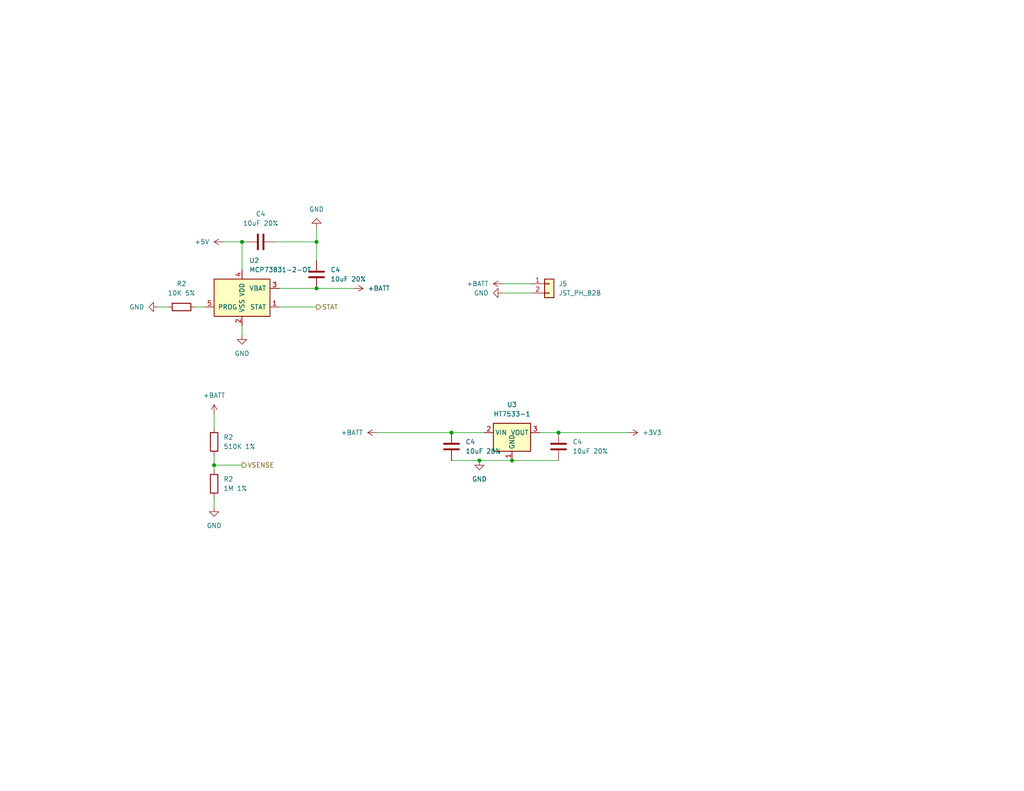
<source format=kicad_sch>
(kicad_sch (version 20230121) (generator eeschema)
  (paper "USLetter")
  (title_block (date "2023-05-30") (rev "1.0") (company "Thomas Reidemeister <treideme@gmail.com>") (comment 1 "Released under CERN-OHL-P (see LICENSE)"))
  (lib_symbols
    (symbol "Battery_Management:MCP73831-2-OT" (pin_names (offset 1.016))
      (property "Reference" "U" (at -7.62 6.35 0))
      (property "Value" "MCP73831-2-OT" (at 1.27 6.35 0))
      (symbol "MCP73831-2-OT_0_1"
        (rectangle (start -7.62 5.08) (end 7.62 -5.08) (stroke (width 0.254)) (fill (type background)))
      )
      (symbol "MCP73831-2-OT_1_1"
        (pin output line (at 10.16 -2.54 180) (length 2.54) (name "STAT") (number "1"))
        (pin power_in line (at 0 -7.62 90) (length 2.54) (name "VSS") (number "2"))
        (pin power_out line (at 10.16 2.54 180) (length 2.54) (name "VBAT") (number "3"))
        (pin power_in line (at 0 7.62 270) (length 2.54) (name "VDD") (number "4"))
        (pin input line (at -10.16 -2.54 0) (length 2.54) (name "PROG") (number "5"))
      )
    )
    (symbol "Connector_Generic:Conn_01x02" (pin_names (offset 1.016) hide)
      (property "Reference" "J" (at 0 2.54 0))
      (property "Value" "Conn_01x02" (at 0 -5.08 0))
      (symbol "Conn_01x02_1_1"
        (rectangle (start -1.27 -2.413) (end 0 -2.667) (stroke (width 0.1524)))
        (rectangle (start -1.27 0.127) (end 0 -0.127) (stroke (width 0.1524)))
        (rectangle (start -1.27 1.27) (end 1.27 -3.81) (stroke (width 0.254)) (fill (type background)))
        (pin passive line (at -5.08 0 0) (length 3.81) (name "Pin_1") (number "1"))
        (pin passive line (at -5.08 -2.54 0) (length 3.81) (name "Pin_2") (number "2"))
      )
    )
    (symbol "Device:C" (pin_numbers hide) (pin_names (offset 0.254))
      (property "Reference" "C" (at 0.635 2.54 0))
      (property "Value" "C" (at 0.635 -2.54 0))
      (symbol "C_0_1"
        (polyline (pts (xy -2.032 -0.762) (xy 2.032 -0.762)) (stroke (width 0.508)))
        (polyline (pts (xy -2.032 0.762) (xy 2.032 0.762)) (stroke (width 0.508)))
      )
      (symbol "C_1_1"
        (pin passive line (at 0 3.81 270) (length 2.794) (name "~") (number "1"))
        (pin passive line (at 0 -3.81 90) (length 2.794) (name "~") (number "2"))
      )
    )
    (symbol "Device:R" (pin_numbers hide) (pin_names (offset 0))
      (property "Reference" "R" (at 2.032 0 90))
      (property "Value" "R" (at 0 0 90))
      (symbol "R_0_1"
        (rectangle (start -1.016 -2.54) (end 1.016 2.54) (stroke (width 0.254)))
      )
      (symbol "R_1_1"
        (pin passive line (at 0 3.81 270) (length 1.27) (name "~") (number "1"))
        (pin passive line (at 0 -3.81 90) (length 1.27) (name "~") (number "2"))
      )
    )
    (symbol "Regulator_Linear:HT75xx-1-SOT89"
      (property "Reference" "U" (at -5.08 -3.81 0))
      (property "Value" "HT75xx-1-SOT89" (at 0 6.35 0))
      (symbol "HT75xx-1-SOT89_0_1"
        (rectangle (start -5.08 5.08) (end 5.08 -2.54) (stroke (width 0.254)) (fill (type background)))
      )
      (symbol "HT75xx-1-SOT89_1_1"
        (pin power_in line (at 0 -5.08 90) (length 2.54) (name "GND") (number "1"))
        (pin power_in line (at -7.62 2.54 0) (length 2.54) (name "VIN") (number "2"))
        (pin power_out line (at 7.62 2.54 180) (length 2.54) (name "VOUT") (number "3"))
      )
    )
    (symbol "power:+3V3" (power) (pin_names (offset 0))
      (property "Value" "+3V3" (at 0 3.556 0))
      (symbol "+3V3_0_1"
        (polyline (pts (xy -0.762 1.27) (xy 0 2.54)))
        (polyline (pts (xy 0 0) (xy 0 2.54)))
        (polyline (pts (xy 0 2.54) (xy 0.762 1.27)))
      )
      (symbol "+3V3_1_1"
        (pin power_in line (at 0 0 90) (length 0) hide (name "+3V3") (number "1"))
      )
    )
    (symbol "power:+5V" (power) (pin_names (offset 0))
      (property "Value" "+5V" (at 0 3.556 0))
      (symbol "+5V_0_1"
        (polyline (pts (xy -0.762 1.27) (xy 0 2.54)))
        (polyline (pts (xy 0 0) (xy 0 2.54)))
        (polyline (pts (xy 0 2.54) (xy 0.762 1.27)))
      )
      (symbol "+5V_1_1"
        (pin power_in line (at 0 0 90) (length 0) hide (name "+5V") (number "1"))
      )
    )
    (symbol "power:+BATT" (power) (pin_names (offset 0))
      (property "Value" "+BATT" (at 0 3.556 0))
      (symbol "+BATT_0_1"
        (polyline (pts (xy -0.762 1.27) (xy 0 2.54)))
        (polyline (pts (xy 0 0) (xy 0 2.54)))
        (polyline (pts (xy 0 2.54) (xy 0.762 1.27)))
      )
      (symbol "+BATT_1_1"
        (pin power_in line (at 0 0 90) (length 0) hide (name "+BATT") (number "1"))
      )
    )
    (symbol "power:GND" (power) (pin_names (offset 0))
      (property "Value" "GND" (at 0 -3.81 0))
      (symbol "GND_0_1"
        (polyline (pts (xy 0 0) (xy 0 -1.27) (xy 1.27 -1.27) (xy 0 -2.54) (xy -1.27 -1.27) (xy 0 -1.27)))
      )
      (symbol "GND_1_1"
        (pin power_in line (at 0 0 270) (length 0) hide (name "GND") (number "1"))
      )
    )
  )
  (junction (at 123.19 118.11))
  (junction (at 66.04 66.04))
  (junction (at 152.4 118.11))
  (junction (at 130.81 125.73))
  (junction (at 58.42 127))
  (junction (at 139.7 125.73))
  (junction (at 86.36 66.04))
  (junction (at 86.36 78.74))
  (wire (pts (xy 43.18 83.82) (xy 45.72 83.82)))
  (wire (pts (xy 123.19 118.11) (xy 132.08 118.11)))
  (wire (pts (xy 76.2 78.74) (xy 86.36 78.74)))
  (wire (pts (xy 67.31 66.04) (xy 66.04 66.04)))
  (wire (pts (xy 58.42 127) (xy 58.42 128.27)))
  (wire (pts (xy 139.7 125.73) (xy 152.4 125.73)))
  (wire (pts (xy 102.87 118.11) (xy 123.19 118.11)))
  (wire (pts (xy 74.93 66.04) (xy 86.36 66.04)))
  (wire (pts (xy 86.36 62.23) (xy 86.36 66.04)))
  (wire (pts (xy 60.96 66.04) (xy 66.04 66.04)))
  (wire (pts (xy 147.32 118.11) (xy 152.4 118.11)))
  (wire (pts (xy 86.36 66.04) (xy 86.36 71.12)))
  (wire (pts (xy 66.04 66.04) (xy 66.04 73.66)))
  (wire (pts (xy 123.19 125.73) (xy 130.81 125.73)))
  (wire (pts (xy 86.36 78.74) (xy 96.52 78.74)))
  (wire (pts (xy 76.2 83.82) (xy 86.36 83.82)))
  (wire (pts (xy 137.16 80.01) (xy 144.78 80.01)))
  (wire (pts (xy 58.42 135.89) (xy 58.42 138.43)))
  (wire (pts (xy 58.42 127) (xy 66.04 127)))
  (wire (pts (xy 130.81 125.73) (xy 139.7 125.73)))
  (wire (pts (xy 66.04 88.9) (xy 66.04 91.44)))
  (wire (pts (xy 137.16 77.47) (xy 144.78 77.47)))
  (wire (pts (xy 58.42 124.46) (xy 58.42 127)))
  (wire (pts (xy 58.42 113.03) (xy 58.42 116.84)))
  (wire (pts (xy 152.4 118.11) (xy 171.45 118.11)))
  (wire (pts (xy 53.34 83.82) (xy 55.88 83.82)))
  (hierarchical_label "STAT" (shape output) (at 86.36 83.82 0))
  (hierarchical_label "VSENSE" (shape output) (at 66.04 127 0))
  (symbol (lib_id "power:+BATT") (at 102.87 118.11 90) (unit 1)
    (property "Reference" "#PWR038" (effects hide))
    (property "Value" "+BATT" (at 99.06 118.11 90) (effects (justify left)))
  )
  (symbol (lib_id "Device:R") (at 58.42 120.65 180) (unit 1)
    (property "Reference" "R2" (at 60.96 119.38 0) (effects (justify right)))
    (property "Value" "510K 1%" (at 60.96 121.92 0) (effects (justify right)))
    (property "Footprint" "Resistor_SMD:R_0402_1005Metric_Pad0.72x0.64mm_HandSolder" (effects hide))
    (property "Datasheet" "https://www.lcsc.com/product-detail/Chip-Resistor-Surface-Mount_FOJAN-FRC0402F5103TS_C2909365.html" (effects hide))
    (property "JLCPCB Part #" "C2909365" (effects hide))
    (instances (project "reaction-trainer" (path "" (reference "R2") (unit 1)) (path "" (reference "R4") (unit 1))))
  )
  (symbol (lib_id "power:GND") (at 130.81 125.73 0) (unit 1)
    (property "Reference" "#PWR011" (effects hide))
    (property "Value" "GND" (at 130.81 130.81 0))
    (instances (project "reaction-trainer" (path "" (reference "#PWR011") (unit 1)) (path "" (reference "#PWR037") (unit 1))))
  )
  (symbol (lib_id "Device:C") (at 71.12 66.04 90) (unit 1)
    (property "Reference" "C4" (at 71.12 58.42 90))
    (property "Value" "10uF 20%" (at 71.12 60.96 90))
    (property "Footprint" "Capacitor_SMD:C_0402_1005Metric_Pad0.74x0.62mm_HandSolder" (effects hide))
    (property "Datasheet" "https://www.lcsc.com/product-detail/Multilayer-Ceramic-Capacitors-MLCC-SMD-SMT_Samsung-Electro-Mechanics-CL05A106MP5NUNC_C315248.html" (effects hide))
    (property "JLCPCB Part #" "C315248" (effects hide))
    (instances (project "reaction-trainer" (path "" (reference "C4") (unit 1)) (path "" (reference "C17") (unit 1))))
  )
  (symbol (lib_id "power:+BATT") (at 96.52 78.74 270) (unit 1)
    (property "Reference" "#PWR032" (effects hide))
    (property "Value" "+BATT" (at 100.33 78.74 90) (effects (justify left)))
  )
  (symbol (lib_id "Connector_Generic:Conn_01x02") (at 149.86 77.47 0) (unit 1)
    (property "Reference" "J5" (at 152.4 77.47 0) (effects (justify left)))
    (property "Value" "JST_PH_B2B" (at 152.4 80.01 0) (effects (justify left)))
    (property "Footprint" "Connector_JST:JST_PH_B2B-PH-K_1x02_P2.00mm_Vertical" (effects hide))
    (property "Datasheet" "https://www.lcsc.com/product-detail/Wire-To-Board-Wire-To-Wire-Connector_span-style-background-color-ff0-JST-span-Sales-America-B2B-PH-K-S-LF-SN_C131337.html" (effects hide))
    (property "JLCPCB Part #" "C131337" (effects hide))
  )
  (symbol (lib_id "power:+BATT") (at 58.42 113.03 0) (unit 1)
    (property "Reference" "#PWR035" (effects hide))
    (property "Value" "+BATT" (at 58.42 107.95 0))
  )
  (symbol (lib_id "Device:R") (at 49.53 83.82 90) (unit 1)
    (property "Reference" "R2" (at 49.53 77.47 90))
    (property "Value" "10K 5%" (at 49.53 80.01 90))
    (property "Footprint" "Resistor_SMD:R_0402_1005Metric_Pad0.72x0.64mm_HandSolder" (effects hide))
    (property "Datasheet" "https://www.lcsc.com/product-detail/Chip-Resistor-Surface-Mount_FOJAN-FRC0402J103-TS_C2906885.html" (effects hide))
    (property "JLCPCB Part #" "C2906885" (effects hide))
    (instances (project "reaction-trainer" (path "" (reference "R2") (unit 1)) (path "" (reference "R3") (unit 1))))
  )
  (symbol (lib_id "Battery_Management:MCP73831-2-OT") (at 66.04 81.28 0) (unit 1)
    (property "Reference" "U2" (at 67.9959 71.12 0) (effects (justify left)))
    (property "Value" "MCP73831-2-OT" (at 67.9959 73.66 0) (effects (justify left)))
    (property "Footprint" "Package_TO_SOT_SMD:SOT-23-5" (effects hide))
    (property "Datasheet" "http://ww1.microchip.com/downloads/en/DeviceDoc/20001984g.pdf" (effects hide))
    (property "JLCPCB Part #" "C424093" (effects hide))
  )
  (symbol (lib_id "Device:C") (at 86.36 74.93 180) (unit 1)
    (property "Reference" "C4" (at 90.17 73.66 0) (effects (justify right)))
    (property "Value" "10uF 20%" (at 90.17 76.2 0) (effects (justify right)))
    (property "Footprint" "Capacitor_SMD:C_0402_1005Metric_Pad0.74x0.62mm_HandSolder" (effects hide))
    (property "Datasheet" "https://www.lcsc.com/product-detail/Multilayer-Ceramic-Capacitors-MLCC-SMD-SMT_Samsung-Electro-Mechanics-CL05A106MP5NUNC_C315248.html" (effects hide))
    (property "JLCPCB Part #" "C315248" (effects hide))
    (instances (project "reaction-trainer" (path "" (reference "C4") (unit 1)) (path "" (reference "C16") (unit 1))))
  )
  (symbol (lib_id "Device:R") (at 58.42 132.08 180) (unit 1)
    (property "Reference" "R2" (at 60.96 130.81 0) (effects (justify right)))
    (property "Value" "1M 1%" (at 60.96 133.35 0) (effects (justify right)))
    (property "Footprint" "Resistor_SMD:R_0402_1005Metric_Pad0.72x0.64mm_HandSolder" (effects hide))
    (property "Datasheet" "https://www.lcsc.com/product-detail/Chip-Resistor-Surface-Mount_FOJAN-FRC0402J105-TS_C2906900.html" (effects hide))
    (property "JLCPCB Part #" "C2906900" (effects hide))
    (instances (project "reaction-trainer" (path "" (reference "R2") (unit 1)) (path "" (reference "R5") (unit 1))))
  )
  (symbol (lib_id "power:GND") (at 66.04 91.44 0) (unit 1)
    (property "Reference" "#PWR011" (effects hide))
    (property "Value" "GND" (at 66.04 96.52 0))
    (instances (project "reaction-trainer" (path "" (reference "#PWR011") (unit 1)) (path "" (reference "#PWR030") (unit 1))))
  )
  (symbol (lib_id "power:+5V") (at 60.96 66.04 90) (unit 1)
    (property "Reference" "#PWR031" (effects hide))
    (property "Value" "+5V" (at 57.15 66.04 90) (effects (justify left)))
  )
  (symbol (lib_id "power:GND") (at 86.36 62.23 180) (unit 1)
    (property "Reference" "#PWR011" (effects hide))
    (property "Value" "GND" (at 86.36 57.15 0))
    (instances (project "reaction-trainer" (path "" (reference "#PWR011") (unit 1)) (path "" (reference "#PWR029") (unit 1))))
  )
  (symbol (lib_id "Device:C") (at 123.19 121.92 180) (unit 1)
    (property "Reference" "C4" (at 127 120.65 0) (effects (justify right)))
    (property "Value" "10uF 20%" (at 127 123.19 0) (effects (justify right)))
    (property "Footprint" "Capacitor_SMD:C_0402_1005Metric_Pad0.74x0.62mm_HandSolder" (effects hide))
    (property "Datasheet" "https://www.lcsc.com/product-detail/Multilayer-Ceramic-Capacitors-MLCC-SMD-SMT_Samsung-Electro-Mechanics-CL05A106MP5NUNC_C315248.html" (effects hide))
    (property "JLCPCB Part #" "C315248" (effects hide))
    (instances (project "reaction-trainer" (path "" (reference "C4") (unit 1)) (path "" (reference "C18") (unit 1))))
  )
  (symbol (lib_id "power:GND") (at 58.42 138.43 0) (unit 1)
    (property "Reference" "#PWR011" (effects hide))
    (property "Value" "GND" (at 58.42 143.51 0))
    (instances (project "reaction-trainer" (path "" (reference "#PWR011") (unit 1)) (path "" (reference "#PWR036") (unit 1))))
  )
  (symbol (lib_id "power:GND") (at 43.18 83.82 270) (unit 1)
    (property "Reference" "#PWR011" (effects hide))
    (property "Value" "GND" (at 39.37 83.82 90) (effects (justify right)))
    (instances (project "reaction-trainer" (path "" (reference "#PWR011") (unit 1)) (path "" (reference "#PWR028") (unit 1))))
  )
  (symbol (lib_id "Regulator_Linear:HT75xx-1-SOT89") (at 139.7 120.65 0) (unit 1)
    (property "Reference" "U3" (at 139.7 110.49 0))
    (property "Value" "HT7533-1" (at 139.7 113.03 0))
    (property "Footprint" "Package_TO_SOT_SMD:SOT-89-3" (effects hide))
    (property "Datasheet" "https://www.holtek.com/documents/10179/116711/HT75xx-1v250.pdf" (effects hide))
    (property "JLCPCB Part #" "C14289" (effects hide))
  )
  (symbol (lib_id "power:+BATT") (at 137.16 77.47 90) (unit 1)
    (property "Reference" "#PWR033" (effects hide))
    (property "Value" "+BATT" (at 133.35 77.47 90) (effects (justify left)))
  )
  (symbol (lib_id "Device:C") (at 152.4 121.92 180) (unit 1)
    (property "Reference" "C4" (at 156.21 120.65 0) (effects (justify right)))
    (property "Value" "10uF 20%" (at 156.21 123.19 0) (effects (justify right)))
    (property "Footprint" "Capacitor_SMD:C_0402_1005Metric_Pad0.74x0.62mm_HandSolder" (effects hide))
    (property "Datasheet" "https://www.lcsc.com/product-detail/Multilayer-Ceramic-Capacitors-MLCC-SMD-SMT_Samsung-Electro-Mechanics-CL05A106MP5NUNC_C315248.html" (effects hide))
    (property "JLCPCB Part #" "C315248" (effects hide))
    (instances (project "reaction-trainer" (path "" (reference "C4") (unit 1)) (path "" (reference "C20") (unit 1))))
  )
  (symbol (lib_id "power:GND") (at 137.16 80.01 270) (unit 1)
    (property "Reference" "#PWR011" (effects hide))
    (property "Value" "GND" (at 133.35 80.01 90) (effects (justify right)))
    (instances (project "reaction-trainer" (path "" (reference "#PWR011") (unit 1)) (path "" (reference "#PWR034") (unit 1))))
  )
  (symbol (lib_id "power:+3V3") (at 171.45 118.11 270) (unit 1)
    (property "Reference" "#PWR039" (effects hide))
    (property "Value" "+3V3" (at 175.26 118.11 90) (effects (justify left)))
  )
)
</source>
